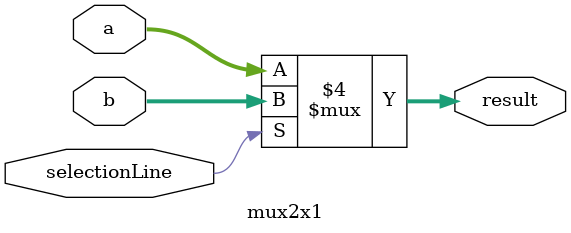
<source format=v>
module mux2x1 (	  
  input wire selectionLine, // selection line -> 1 bit
  input wire [31:0] a,
  input wire [31:0] b,
  output reg [31:0] result
);

  always @* begin
    if (selectionLine == 1'b0)
      result <= a;
    else
      result <= b;
  end

endmodule
</source>
